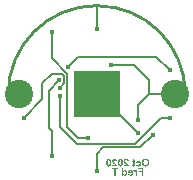
<source format=gbl>
G04*
G04 #@! TF.GenerationSoftware,Altium Limited,Altium Designer,20.1.14 (287)*
G04*
G04 Layer_Physical_Order=2*
G04 Layer_Color=16711680*
%FSLAX43Y43*%
%MOMM*%
G71*
G04*
G04 #@! TF.SameCoordinates,4F5269AA-7076-45A1-A172-B2B228468667*
G04*
G04*
G04 #@! TF.FilePolarity,Positive*
G04*
G01*
G75*
%ADD25C,0.127*%
%ADD37C,2.400*%
%ADD38C,0.450*%
%ADD39C,0.254*%
%ADD40R,4.000X4.000*%
G36*
X2514Y-5469D02*
X2530Y-5470D01*
X2544Y-5473D01*
X2558Y-5475D01*
X2570Y-5479D01*
X2582Y-5482D01*
X2593Y-5486D01*
X2603Y-5491D01*
X2612Y-5495D01*
X2620Y-5499D01*
X2627Y-5503D01*
X2633Y-5506D01*
X2637Y-5509D01*
X2640Y-5511D01*
X2642Y-5512D01*
X2643Y-5513D01*
X2653Y-5522D01*
X2662Y-5532D01*
X2671Y-5542D01*
X2677Y-5554D01*
X2684Y-5566D01*
X2689Y-5578D01*
X2694Y-5590D01*
X2698Y-5602D01*
X2702Y-5613D01*
X2704Y-5624D01*
X2707Y-5633D01*
X2708Y-5641D01*
X2709Y-5648D01*
X2710Y-5651D01*
X2710Y-5653D01*
Y-5655D01*
X2711Y-5657D01*
Y-5657D01*
Y-5658D01*
X2589Y-5670D01*
X2588Y-5660D01*
X2587Y-5651D01*
X2585Y-5643D01*
X2583Y-5635D01*
X2581Y-5628D01*
X2579Y-5622D01*
X2577Y-5616D01*
X2574Y-5611D01*
X2572Y-5607D01*
X2570Y-5603D01*
X2568Y-5600D01*
X2567Y-5598D01*
X2565Y-5596D01*
X2564Y-5594D01*
X2563Y-5594D01*
X2563Y-5593D01*
X2558Y-5589D01*
X2554Y-5585D01*
X2548Y-5583D01*
X2544Y-5580D01*
X2533Y-5576D01*
X2524Y-5573D01*
X2515Y-5571D01*
X2511Y-5571D01*
X2508D01*
X2505Y-5570D01*
X2501D01*
X2494Y-5571D01*
X2487Y-5571D01*
X2475Y-5573D01*
X2465Y-5577D01*
X2456Y-5581D01*
X2453Y-5583D01*
X2450Y-5585D01*
X2447Y-5587D01*
X2444Y-5589D01*
X2443Y-5590D01*
X2441Y-5591D01*
X2441Y-5592D01*
X2440Y-5592D01*
X2437Y-5596D01*
X2433Y-5602D01*
X2427Y-5611D01*
X2424Y-5622D01*
X2421Y-5632D01*
X2419Y-5641D01*
X2419Y-5645D01*
Y-5648D01*
X2418Y-5651D01*
Y-5653D01*
Y-5655D01*
Y-5655D01*
X2419Y-5662D01*
X2419Y-5669D01*
X2422Y-5683D01*
X2426Y-5695D01*
X2431Y-5707D01*
X2433Y-5712D01*
X2436Y-5717D01*
X2438Y-5720D01*
X2439Y-5724D01*
X2441Y-5727D01*
X2443Y-5729D01*
X2443Y-5730D01*
X2444Y-5731D01*
X2448Y-5736D01*
X2453Y-5743D01*
X2460Y-5750D01*
X2468Y-5758D01*
X2475Y-5767D01*
X2484Y-5775D01*
X2501Y-5793D01*
X2510Y-5801D01*
X2518Y-5809D01*
X2525Y-5816D01*
X2532Y-5823D01*
X2537Y-5828D01*
X2542Y-5832D01*
X2544Y-5834D01*
X2545Y-5835D01*
X2545Y-5835D01*
X2564Y-5853D01*
X2581Y-5869D01*
X2596Y-5884D01*
X2610Y-5899D01*
X2623Y-5913D01*
X2634Y-5926D01*
X2644Y-5937D01*
X2653Y-5948D01*
X2660Y-5957D01*
X2667Y-5965D01*
X2672Y-5972D01*
X2677Y-5978D01*
X2679Y-5982D01*
X2682Y-5986D01*
X2683Y-5988D01*
X2683Y-5988D01*
X2689Y-6000D01*
X2695Y-6010D01*
X2700Y-6021D01*
X2705Y-6032D01*
X2708Y-6043D01*
X2712Y-6052D01*
X2715Y-6062D01*
X2717Y-6071D01*
X2720Y-6080D01*
X2721Y-6087D01*
X2722Y-6094D01*
X2723Y-6099D01*
X2724Y-6104D01*
X2725Y-6108D01*
X2725Y-6110D01*
Y-6111D01*
X2295D01*
Y-5997D01*
X2539D01*
X2536Y-5991D01*
X2531Y-5985D01*
X2527Y-5979D01*
X2523Y-5974D01*
X2520Y-5970D01*
X2517Y-5966D01*
X2515Y-5964D01*
X2514Y-5963D01*
X2511Y-5959D01*
X2506Y-5955D01*
X2502Y-5950D01*
X2496Y-5945D01*
X2484Y-5933D01*
X2471Y-5921D01*
X2465Y-5915D01*
X2460Y-5910D01*
X2454Y-5905D01*
X2450Y-5901D01*
X2446Y-5897D01*
X2443Y-5895D01*
X2441Y-5893D01*
X2440Y-5892D01*
X2430Y-5883D01*
X2420Y-5873D01*
X2411Y-5865D01*
X2403Y-5857D01*
X2396Y-5850D01*
X2389Y-5843D01*
X2383Y-5837D01*
X2378Y-5831D01*
X2374Y-5827D01*
X2370Y-5823D01*
X2367Y-5819D01*
X2364Y-5816D01*
X2362Y-5813D01*
X2361Y-5812D01*
X2360Y-5811D01*
X2360Y-5811D01*
X2348Y-5795D01*
X2338Y-5780D01*
X2330Y-5766D01*
X2326Y-5760D01*
X2323Y-5754D01*
X2320Y-5749D01*
X2318Y-5743D01*
X2316Y-5739D01*
X2314Y-5736D01*
X2313Y-5733D01*
X2312Y-5731D01*
X2311Y-5730D01*
Y-5729D01*
X2306Y-5714D01*
X2302Y-5700D01*
X2299Y-5686D01*
X2297Y-5673D01*
X2297Y-5668D01*
X2296Y-5663D01*
X2296Y-5658D01*
X2295Y-5654D01*
Y-5651D01*
Y-5649D01*
Y-5647D01*
Y-5647D01*
X2296Y-5633D01*
X2297Y-5620D01*
X2300Y-5607D01*
X2303Y-5595D01*
X2308Y-5584D01*
X2312Y-5573D01*
X2317Y-5564D01*
X2322Y-5555D01*
X2328Y-5547D01*
X2333Y-5540D01*
X2337Y-5534D01*
X2341Y-5529D01*
X2345Y-5525D01*
X2347Y-5522D01*
X2349Y-5520D01*
X2350Y-5520D01*
X2360Y-5510D01*
X2371Y-5503D01*
X2383Y-5496D01*
X2396Y-5490D01*
X2408Y-5485D01*
X2420Y-5481D01*
X2433Y-5478D01*
X2444Y-5475D01*
X2456Y-5473D01*
X2466Y-5471D01*
X2475Y-5470D01*
X2483Y-5469D01*
X2489Y-5469D01*
X2494Y-5468D01*
X2499D01*
X2514Y-5469D01*
D02*
G37*
G36*
X1520D02*
X1536Y-5470D01*
X1550Y-5473D01*
X1564Y-5475D01*
X1576Y-5479D01*
X1588Y-5482D01*
X1599Y-5486D01*
X1609Y-5491D01*
X1618Y-5495D01*
X1626Y-5499D01*
X1633Y-5503D01*
X1639Y-5506D01*
X1643Y-5509D01*
X1646Y-5511D01*
X1648Y-5512D01*
X1649Y-5513D01*
X1659Y-5522D01*
X1668Y-5532D01*
X1677Y-5542D01*
X1684Y-5554D01*
X1690Y-5566D01*
X1696Y-5578D01*
X1700Y-5590D01*
X1704Y-5602D01*
X1708Y-5613D01*
X1710Y-5624D01*
X1713Y-5633D01*
X1714Y-5641D01*
X1715Y-5648D01*
X1716Y-5651D01*
X1716Y-5653D01*
Y-5655D01*
X1717Y-5657D01*
Y-5657D01*
Y-5658D01*
X1595Y-5670D01*
X1594Y-5660D01*
X1593Y-5651D01*
X1591Y-5643D01*
X1589Y-5635D01*
X1587Y-5628D01*
X1585Y-5622D01*
X1583Y-5616D01*
X1580Y-5611D01*
X1578Y-5607D01*
X1576Y-5603D01*
X1574Y-5600D01*
X1573Y-5598D01*
X1571Y-5596D01*
X1570Y-5594D01*
X1569Y-5594D01*
X1569Y-5593D01*
X1564Y-5589D01*
X1560Y-5585D01*
X1555Y-5583D01*
X1550Y-5580D01*
X1539Y-5576D01*
X1530Y-5573D01*
X1521Y-5571D01*
X1517Y-5571D01*
X1514D01*
X1511Y-5570D01*
X1507D01*
X1500Y-5571D01*
X1494Y-5571D01*
X1482Y-5573D01*
X1471Y-5577D01*
X1462Y-5581D01*
X1459Y-5583D01*
X1456Y-5585D01*
X1453Y-5587D01*
X1451Y-5589D01*
X1449Y-5590D01*
X1447Y-5591D01*
X1447Y-5592D01*
X1446Y-5592D01*
X1443Y-5596D01*
X1439Y-5602D01*
X1433Y-5611D01*
X1430Y-5622D01*
X1427Y-5632D01*
X1425Y-5641D01*
X1425Y-5645D01*
Y-5648D01*
X1424Y-5651D01*
Y-5653D01*
Y-5655D01*
Y-5655D01*
X1425Y-5662D01*
X1425Y-5669D01*
X1428Y-5683D01*
X1432Y-5695D01*
X1437Y-5707D01*
X1439Y-5712D01*
X1442Y-5717D01*
X1444Y-5720D01*
X1445Y-5724D01*
X1447Y-5727D01*
X1449Y-5729D01*
X1449Y-5730D01*
X1450Y-5731D01*
X1454Y-5736D01*
X1459Y-5743D01*
X1466Y-5750D01*
X1474Y-5758D01*
X1482Y-5767D01*
X1490Y-5775D01*
X1507Y-5793D01*
X1516Y-5801D01*
X1524Y-5809D01*
X1531Y-5816D01*
X1538Y-5823D01*
X1543Y-5828D01*
X1548Y-5832D01*
X1550Y-5834D01*
X1551Y-5835D01*
X1551Y-5835D01*
X1570Y-5853D01*
X1587Y-5869D01*
X1602Y-5884D01*
X1617Y-5899D01*
X1629Y-5913D01*
X1641Y-5926D01*
X1650Y-5937D01*
X1659Y-5948D01*
X1666Y-5957D01*
X1673Y-5965D01*
X1678Y-5972D01*
X1683Y-5978D01*
X1685Y-5982D01*
X1688Y-5986D01*
X1689Y-5988D01*
X1690Y-5988D01*
X1696Y-6000D01*
X1701Y-6010D01*
X1706Y-6021D01*
X1711Y-6032D01*
X1715Y-6043D01*
X1718Y-6052D01*
X1721Y-6062D01*
X1723Y-6071D01*
X1726Y-6080D01*
X1727Y-6087D01*
X1728Y-6094D01*
X1729Y-6099D01*
X1730Y-6104D01*
X1731Y-6108D01*
X1731Y-6110D01*
Y-6111D01*
X1301D01*
Y-5997D01*
X1545D01*
X1542Y-5991D01*
X1537Y-5985D01*
X1533Y-5979D01*
X1529Y-5974D01*
X1526Y-5970D01*
X1523Y-5966D01*
X1521Y-5964D01*
X1520Y-5963D01*
X1517Y-5959D01*
X1513Y-5955D01*
X1508Y-5950D01*
X1502Y-5945D01*
X1490Y-5933D01*
X1477Y-5921D01*
X1471Y-5915D01*
X1466Y-5910D01*
X1460Y-5905D01*
X1456Y-5901D01*
X1452Y-5897D01*
X1449Y-5895D01*
X1447Y-5893D01*
X1446Y-5892D01*
X1436Y-5883D01*
X1426Y-5873D01*
X1417Y-5865D01*
X1409Y-5857D01*
X1402Y-5850D01*
X1396Y-5843D01*
X1390Y-5837D01*
X1384Y-5831D01*
X1380Y-5827D01*
X1376Y-5823D01*
X1373Y-5819D01*
X1370Y-5816D01*
X1368Y-5813D01*
X1367Y-5812D01*
X1366Y-5811D01*
X1366Y-5811D01*
X1354Y-5795D01*
X1344Y-5780D01*
X1336Y-5766D01*
X1332Y-5760D01*
X1329Y-5754D01*
X1326Y-5749D01*
X1324Y-5743D01*
X1322Y-5739D01*
X1320Y-5736D01*
X1319Y-5733D01*
X1318Y-5731D01*
X1317Y-5730D01*
Y-5729D01*
X1312Y-5714D01*
X1308Y-5700D01*
X1305Y-5686D01*
X1303Y-5673D01*
X1303Y-5668D01*
X1302Y-5663D01*
X1302Y-5658D01*
X1301Y-5654D01*
Y-5651D01*
Y-5649D01*
Y-5647D01*
Y-5647D01*
X1302Y-5633D01*
X1304Y-5620D01*
X1306Y-5607D01*
X1310Y-5595D01*
X1314Y-5584D01*
X1318Y-5573D01*
X1323Y-5564D01*
X1329Y-5555D01*
X1334Y-5547D01*
X1339Y-5540D01*
X1343Y-5534D01*
X1347Y-5529D01*
X1351Y-5525D01*
X1354Y-5522D01*
X1355Y-5520D01*
X1356Y-5520D01*
X1366Y-5510D01*
X1378Y-5503D01*
X1390Y-5496D01*
X1402Y-5490D01*
X1414Y-5485D01*
X1427Y-5481D01*
X1439Y-5478D01*
X1451Y-5475D01*
X1462Y-5473D01*
X1472Y-5471D01*
X1481Y-5470D01*
X1489Y-5469D01*
X1495Y-5469D01*
X1500Y-5468D01*
X1505D01*
X1520Y-5469D01*
D02*
G37*
G36*
X3223Y-5555D02*
Y-5647D01*
X3280D01*
Y-5744D01*
X3223D01*
Y-5947D01*
Y-5958D01*
Y-5969D01*
X3223Y-5979D01*
Y-5988D01*
X3223Y-5996D01*
X3222Y-6003D01*
Y-6009D01*
X3222Y-6014D01*
X3221Y-6019D01*
X3221Y-6023D01*
Y-6026D01*
X3220Y-6029D01*
Y-6031D01*
X3220Y-6032D01*
Y-6033D01*
Y-6033D01*
X3218Y-6044D01*
X3215Y-6054D01*
X3212Y-6062D01*
X3210Y-6069D01*
X3207Y-6074D01*
X3204Y-6078D01*
X3203Y-6080D01*
X3203Y-6081D01*
X3198Y-6088D01*
X3191Y-6093D01*
X3185Y-6098D01*
X3179Y-6102D01*
X3173Y-6105D01*
X3168Y-6108D01*
X3166Y-6109D01*
X3165Y-6110D01*
X3164Y-6110D01*
X3164D01*
X3154Y-6114D01*
X3143Y-6117D01*
X3133Y-6118D01*
X3124Y-6120D01*
X3116Y-6121D01*
X3112D01*
X3110Y-6121D01*
X3104D01*
X3084Y-6120D01*
X3066Y-6118D01*
X3057Y-6117D01*
X3050Y-6116D01*
X3042Y-6114D01*
X3035Y-6112D01*
X3029Y-6111D01*
X3024Y-6109D01*
X3019Y-6107D01*
X3014Y-6106D01*
X3011Y-6105D01*
X3009Y-6104D01*
X3008Y-6103D01*
X3007D01*
X3018Y-6008D01*
X3029Y-6012D01*
X3039Y-6014D01*
X3048Y-6017D01*
X3055Y-6018D01*
X3060Y-6019D01*
X3064Y-6019D01*
X3067D01*
X3071Y-6019D01*
X3075Y-6019D01*
X3079Y-6018D01*
X3082Y-6016D01*
X3085Y-6015D01*
X3087Y-6014D01*
X3088Y-6014D01*
X3088Y-6013D01*
X3091Y-6011D01*
X3093Y-6008D01*
X3095Y-6006D01*
X3096Y-6004D01*
X3097Y-6001D01*
X3098Y-6000D01*
X3099Y-5999D01*
Y-5998D01*
X3099Y-5996D01*
X3100Y-5993D01*
Y-5988D01*
X3100Y-5984D01*
Y-5978D01*
X3100Y-5973D01*
Y-5961D01*
X3101Y-5950D01*
Y-5945D01*
Y-5941D01*
Y-5937D01*
Y-5934D01*
Y-5932D01*
Y-5932D01*
Y-5744D01*
X3017D01*
Y-5647D01*
X3101D01*
Y-5483D01*
X3223Y-5555D01*
D02*
G37*
G36*
X3547Y-5638D02*
X3566Y-5639D01*
X3582Y-5643D01*
X3598Y-5647D01*
X3613Y-5651D01*
X3626Y-5657D01*
X3638Y-5663D01*
X3649Y-5669D01*
X3659Y-5675D01*
X3668Y-5681D01*
X3676Y-5686D01*
X3682Y-5691D01*
X3686Y-5695D01*
X3690Y-5698D01*
X3692Y-5700D01*
X3693Y-5701D01*
X3703Y-5713D01*
X3713Y-5727D01*
X3721Y-5741D01*
X3728Y-5755D01*
X3733Y-5771D01*
X3738Y-5786D01*
X3743Y-5800D01*
X3746Y-5814D01*
X3748Y-5828D01*
X3750Y-5840D01*
X3751Y-5851D01*
X3752Y-5860D01*
X3753Y-5865D01*
Y-5868D01*
Y-5872D01*
X3753Y-5874D01*
Y-5877D01*
Y-5878D01*
Y-5879D01*
Y-5879D01*
X3753Y-5900D01*
X3750Y-5920D01*
X3748Y-5938D01*
X3744Y-5955D01*
X3739Y-5971D01*
X3734Y-5986D01*
X3729Y-5999D01*
X3723Y-6011D01*
X3718Y-6022D01*
X3712Y-6031D01*
X3707Y-6039D01*
X3702Y-6045D01*
X3699Y-6051D01*
X3696Y-6055D01*
X3694Y-6056D01*
X3693Y-6057D01*
X3681Y-6068D01*
X3669Y-6079D01*
X3656Y-6087D01*
X3642Y-6094D01*
X3629Y-6100D01*
X3615Y-6105D01*
X3602Y-6110D01*
X3589Y-6113D01*
X3577Y-6116D01*
X3566Y-6118D01*
X3556Y-6119D01*
X3547Y-6120D01*
X3541Y-6121D01*
X3538D01*
X3535Y-6121D01*
X3531D01*
X3515Y-6121D01*
X3499Y-6119D01*
X3484Y-6117D01*
X3471Y-6115D01*
X3458Y-6111D01*
X3446Y-6108D01*
X3436Y-6104D01*
X3426Y-6100D01*
X3417Y-6096D01*
X3410Y-6092D01*
X3403Y-6089D01*
X3398Y-6086D01*
X3394Y-6083D01*
X3390Y-6081D01*
X3388Y-6080D01*
X3388Y-6079D01*
X3378Y-6071D01*
X3369Y-6062D01*
X3362Y-6052D01*
X3354Y-6042D01*
X3348Y-6031D01*
X3342Y-6020D01*
X3337Y-6010D01*
X3332Y-6000D01*
X3328Y-5991D01*
X3325Y-5982D01*
X3322Y-5974D01*
X3320Y-5967D01*
X3318Y-5961D01*
X3317Y-5957D01*
X3316Y-5954D01*
Y-5953D01*
X3437Y-5933D01*
X3438Y-5942D01*
X3441Y-5950D01*
X3443Y-5957D01*
X3445Y-5964D01*
X3448Y-5970D01*
X3451Y-5976D01*
X3453Y-5981D01*
X3456Y-5985D01*
X3458Y-5989D01*
X3461Y-5993D01*
X3463Y-5995D01*
X3465Y-5998D01*
X3466Y-5999D01*
X3468Y-6000D01*
X3468Y-6001D01*
X3468Y-6001D01*
X3473Y-6005D01*
X3477Y-6008D01*
X3486Y-6013D01*
X3496Y-6016D01*
X3505Y-6019D01*
X3513Y-6020D01*
X3517Y-6021D01*
X3519D01*
X3522Y-6021D01*
X3525D01*
X3534Y-6021D01*
X3542Y-6020D01*
X3549Y-6018D01*
X3557Y-6016D01*
X3563Y-6013D01*
X3569Y-6011D01*
X3575Y-6007D01*
X3580Y-6004D01*
X3584Y-6001D01*
X3589Y-5998D01*
X3592Y-5995D01*
X3595Y-5993D01*
X3597Y-5991D01*
X3598Y-5989D01*
X3599Y-5988D01*
X3600Y-5988D01*
X3605Y-5981D01*
X3609Y-5973D01*
X3613Y-5964D01*
X3616Y-5955D01*
X3618Y-5945D01*
X3621Y-5936D01*
X3624Y-5916D01*
X3625Y-5908D01*
X3626Y-5899D01*
X3627Y-5891D01*
X3627Y-5884D01*
X3627Y-5879D01*
Y-5875D01*
Y-5872D01*
Y-5871D01*
X3627Y-5858D01*
X3626Y-5845D01*
X3625Y-5834D01*
X3623Y-5823D01*
X3621Y-5814D01*
X3619Y-5805D01*
X3616Y-5797D01*
X3614Y-5790D01*
X3611Y-5784D01*
X3609Y-5779D01*
X3607Y-5775D01*
X3604Y-5771D01*
X3602Y-5768D01*
X3602Y-5767D01*
X3601Y-5766D01*
X3600Y-5765D01*
X3595Y-5760D01*
X3589Y-5755D01*
X3583Y-5750D01*
X3577Y-5747D01*
X3571Y-5743D01*
X3565Y-5741D01*
X3559Y-5739D01*
X3553Y-5737D01*
X3548Y-5736D01*
X3543Y-5735D01*
X3538Y-5734D01*
X3535Y-5734D01*
X3531Y-5733D01*
X3527D01*
X3515Y-5734D01*
X3504Y-5736D01*
X3494Y-5739D01*
X3486Y-5743D01*
X3480Y-5746D01*
X3474Y-5749D01*
X3473Y-5750D01*
X3472Y-5751D01*
X3471Y-5752D01*
X3471D01*
X3463Y-5760D01*
X3457Y-5768D01*
X3452Y-5777D01*
X3449Y-5786D01*
X3446Y-5794D01*
X3445Y-5798D01*
X3444Y-5800D01*
X3443Y-5803D01*
X3443Y-5805D01*
X3443Y-5806D01*
Y-5806D01*
X3322Y-5785D01*
X3327Y-5771D01*
X3331Y-5758D01*
X3337Y-5747D01*
X3343Y-5736D01*
X3348Y-5726D01*
X3354Y-5717D01*
X3360Y-5708D01*
X3366Y-5701D01*
X3372Y-5695D01*
X3377Y-5689D01*
X3382Y-5684D01*
X3386Y-5681D01*
X3389Y-5677D01*
X3392Y-5676D01*
X3394Y-5674D01*
X3394Y-5674D01*
X3404Y-5667D01*
X3414Y-5662D01*
X3425Y-5657D01*
X3436Y-5652D01*
X3447Y-5649D01*
X3459Y-5645D01*
X3469Y-5643D01*
X3480Y-5641D01*
X3490Y-5640D01*
X3499Y-5639D01*
X3507Y-5638D01*
X3515Y-5637D01*
X3520Y-5637D01*
X3529D01*
X3547Y-5638D01*
D02*
G37*
G36*
X4152Y-5461D02*
X4166Y-5461D01*
X4179Y-5462D01*
X4192Y-5464D01*
X4204Y-5466D01*
X4215Y-5468D01*
X4226Y-5470D01*
X4235Y-5473D01*
X4244Y-5475D01*
X4252Y-5478D01*
X4259Y-5479D01*
X4264Y-5481D01*
X4269Y-5483D01*
X4272Y-5485D01*
X4274Y-5485D01*
X4275Y-5486D01*
X4283Y-5489D01*
X4292Y-5493D01*
X4307Y-5503D01*
X4321Y-5512D01*
X4328Y-5517D01*
X4334Y-5522D01*
X4339Y-5526D01*
X4344Y-5530D01*
X4348Y-5534D01*
X4352Y-5537D01*
X4355Y-5540D01*
X4356Y-5541D01*
X4358Y-5543D01*
X4358Y-5543D01*
X4372Y-5558D01*
X4383Y-5573D01*
X4393Y-5588D01*
X4402Y-5602D01*
X4405Y-5608D01*
X4409Y-5614D01*
X4411Y-5619D01*
X4413Y-5623D01*
X4415Y-5627D01*
X4417Y-5629D01*
X4417Y-5631D01*
X4417Y-5631D01*
X4423Y-5644D01*
X4427Y-5657D01*
X4431Y-5671D01*
X4434Y-5685D01*
X4437Y-5698D01*
X4440Y-5712D01*
X4442Y-5725D01*
X4443Y-5738D01*
X4444Y-5749D01*
X4445Y-5761D01*
X4446Y-5770D01*
X4446Y-5779D01*
X4447Y-5786D01*
Y-5788D01*
Y-5791D01*
Y-5792D01*
Y-5794D01*
Y-5794D01*
Y-5795D01*
X4446Y-5809D01*
X4446Y-5823D01*
X4443Y-5849D01*
X4439Y-5874D01*
X4434Y-5897D01*
X4427Y-5918D01*
X4420Y-5938D01*
X4412Y-5956D01*
X4405Y-5972D01*
X4397Y-5987D01*
X4393Y-5993D01*
X4389Y-5999D01*
X4386Y-6005D01*
X4382Y-6010D01*
X4379Y-6014D01*
X4375Y-6019D01*
X4373Y-6022D01*
X4370Y-6025D01*
X4368Y-6028D01*
X4366Y-6031D01*
X4364Y-6032D01*
X4363Y-6034D01*
X4362Y-6034D01*
Y-6035D01*
X4355Y-6043D01*
X4346Y-6050D01*
X4338Y-6057D01*
X4329Y-6063D01*
X4310Y-6075D01*
X4291Y-6085D01*
X4272Y-6093D01*
X4254Y-6100D01*
X4235Y-6106D01*
X4217Y-6111D01*
X4201Y-6114D01*
X4185Y-6117D01*
X4178Y-6118D01*
X4171Y-6119D01*
X4165Y-6120D01*
X4159Y-6120D01*
X4154Y-6121D01*
X4149Y-6121D01*
X4145D01*
X4142Y-6122D01*
X4135D01*
X4123Y-6121D01*
X4110Y-6121D01*
X4085Y-6118D01*
X4062Y-6114D01*
X4041Y-6108D01*
X4021Y-6101D01*
X4002Y-6094D01*
X3985Y-6086D01*
X3970Y-6078D01*
X3957Y-6070D01*
X3945Y-6062D01*
X3934Y-6055D01*
X3926Y-6048D01*
X3922Y-6045D01*
X3919Y-6042D01*
X3916Y-6040D01*
X3914Y-6038D01*
X3913Y-6037D01*
X3911Y-6035D01*
X3911Y-6035D01*
X3910Y-6034D01*
X3903Y-6026D01*
X3896Y-6017D01*
X3889Y-6008D01*
X3883Y-5999D01*
X3871Y-5979D01*
X3861Y-5959D01*
X3853Y-5939D01*
X3847Y-5919D01*
X3841Y-5899D01*
X3836Y-5880D01*
X3833Y-5862D01*
X3830Y-5846D01*
X3829Y-5838D01*
X3829Y-5830D01*
X3828Y-5824D01*
X3827Y-5817D01*
X3827Y-5812D01*
X3826Y-5807D01*
Y-5803D01*
X3826Y-5799D01*
Y-5796D01*
Y-5794D01*
Y-5792D01*
Y-5792D01*
Y-5778D01*
X3827Y-5763D01*
X3829Y-5737D01*
X3834Y-5712D01*
X3839Y-5688D01*
X3846Y-5666D01*
X3853Y-5646D01*
X3860Y-5628D01*
X3868Y-5611D01*
X3872Y-5604D01*
X3876Y-5597D01*
X3880Y-5590D01*
X3884Y-5584D01*
X3888Y-5578D01*
X3891Y-5573D01*
X3894Y-5568D01*
X3897Y-5564D01*
X3900Y-5560D01*
X3903Y-5557D01*
X3905Y-5554D01*
X3907Y-5552D01*
X3909Y-5550D01*
X3910Y-5549D01*
X3910Y-5548D01*
X3911Y-5548D01*
X3919Y-5540D01*
X3927Y-5533D01*
X3936Y-5525D01*
X3945Y-5519D01*
X3964Y-5507D01*
X3982Y-5497D01*
X4001Y-5489D01*
X4020Y-5481D01*
X4038Y-5476D01*
X4056Y-5471D01*
X4073Y-5467D01*
X4088Y-5465D01*
X4095Y-5464D01*
X4102Y-5463D01*
X4108Y-5462D01*
X4114Y-5461D01*
X4119Y-5461D01*
X4124Y-5461D01*
X4128D01*
X4131Y-5460D01*
X4137D01*
X4152Y-5461D01*
D02*
G37*
G36*
X2022Y-5469D02*
X2038Y-5471D01*
X2053Y-5474D01*
X2067Y-5479D01*
X2080Y-5484D01*
X2092Y-5489D01*
X2103Y-5495D01*
X2113Y-5501D01*
X2121Y-5507D01*
X2129Y-5513D01*
X2136Y-5519D01*
X2141Y-5524D01*
X2145Y-5528D01*
X2148Y-5531D01*
X2150Y-5533D01*
X2150Y-5534D01*
X2156Y-5542D01*
X2162Y-5550D01*
X2166Y-5559D01*
X2171Y-5568D01*
X2180Y-5588D01*
X2187Y-5608D01*
X2193Y-5630D01*
X2198Y-5651D01*
X2202Y-5673D01*
X2205Y-5694D01*
X2208Y-5714D01*
X2210Y-5733D01*
X2210Y-5742D01*
X2211Y-5750D01*
X2211Y-5758D01*
X2212Y-5765D01*
X2212Y-5771D01*
Y-5777D01*
Y-5782D01*
X2213Y-5786D01*
Y-5790D01*
Y-5792D01*
Y-5794D01*
Y-5794D01*
Y-5811D01*
X2212Y-5828D01*
X2211Y-5843D01*
X2211Y-5858D01*
X2209Y-5872D01*
X2208Y-5886D01*
X2206Y-5899D01*
X2204Y-5912D01*
X2202Y-5924D01*
X2199Y-5935D01*
X2197Y-5946D01*
X2195Y-5956D01*
X2193Y-5966D01*
X2190Y-5975D01*
X2187Y-5983D01*
X2184Y-5991D01*
X2182Y-5999D01*
X2179Y-6006D01*
X2176Y-6012D01*
X2174Y-6018D01*
X2172Y-6023D01*
X2169Y-6028D01*
X2167Y-6032D01*
X2165Y-6036D01*
X2163Y-6039D01*
X2161Y-6042D01*
X2160Y-6044D01*
X2158Y-6047D01*
X2156Y-6049D01*
X2156Y-6050D01*
X2145Y-6062D01*
X2133Y-6074D01*
X2121Y-6083D01*
X2108Y-6092D01*
X2095Y-6098D01*
X2083Y-6104D01*
X2071Y-6109D01*
X2059Y-6113D01*
X2048Y-6116D01*
X2038Y-6118D01*
X2029Y-6119D01*
X2021Y-6121D01*
X2014Y-6121D01*
X2009Y-6122D01*
X2005D01*
X1988Y-6121D01*
X1972Y-6119D01*
X1957Y-6116D01*
X1943Y-6111D01*
X1930Y-6106D01*
X1918Y-6101D01*
X1908Y-6095D01*
X1898Y-6089D01*
X1889Y-6083D01*
X1881Y-6077D01*
X1875Y-6072D01*
X1870Y-6067D01*
X1866Y-6062D01*
X1862Y-6059D01*
X1861Y-6057D01*
X1860Y-6056D01*
X1855Y-6049D01*
X1849Y-6040D01*
X1844Y-6031D01*
X1839Y-6022D01*
X1831Y-6003D01*
X1824Y-5982D01*
X1818Y-5961D01*
X1813Y-5939D01*
X1808Y-5917D01*
X1805Y-5896D01*
X1802Y-5876D01*
X1801Y-5857D01*
X1800Y-5848D01*
X1799Y-5840D01*
X1799Y-5832D01*
X1798Y-5825D01*
X1798Y-5818D01*
Y-5812D01*
X1797Y-5807D01*
Y-5803D01*
Y-5800D01*
Y-5797D01*
Y-5796D01*
Y-5795D01*
Y-5779D01*
X1798Y-5762D01*
X1799Y-5747D01*
X1800Y-5732D01*
X1801Y-5718D01*
X1803Y-5704D01*
X1805Y-5691D01*
X1807Y-5678D01*
X1809Y-5666D01*
X1812Y-5654D01*
X1814Y-5644D01*
X1817Y-5633D01*
X1820Y-5623D01*
X1823Y-5614D01*
X1826Y-5605D01*
X1829Y-5597D01*
X1832Y-5589D01*
X1835Y-5582D01*
X1838Y-5576D01*
X1840Y-5569D01*
X1843Y-5564D01*
X1845Y-5559D01*
X1848Y-5554D01*
X1850Y-5550D01*
X1852Y-5547D01*
X1854Y-5543D01*
X1856Y-5541D01*
X1857Y-5539D01*
X1859Y-5537D01*
X1859Y-5536D01*
X1860Y-5535D01*
X1870Y-5523D01*
X1881Y-5513D01*
X1893Y-5504D01*
X1905Y-5497D01*
X1917Y-5490D01*
X1929Y-5485D01*
X1941Y-5480D01*
X1952Y-5477D01*
X1963Y-5474D01*
X1973Y-5472D01*
X1982Y-5470D01*
X1990Y-5469D01*
X1997Y-5469D01*
X2001Y-5468D01*
X2005D01*
X2022Y-5469D01*
D02*
G37*
G36*
X1029D02*
X1044Y-5471D01*
X1059Y-5474D01*
X1073Y-5479D01*
X1086Y-5484D01*
X1098Y-5489D01*
X1109Y-5495D01*
X1119Y-5501D01*
X1127Y-5507D01*
X1135Y-5513D01*
X1142Y-5519D01*
X1147Y-5524D01*
X1151Y-5528D01*
X1154Y-5531D01*
X1156Y-5533D01*
X1157Y-5534D01*
X1162Y-5542D01*
X1168Y-5550D01*
X1172Y-5559D01*
X1177Y-5568D01*
X1186Y-5588D01*
X1193Y-5608D01*
X1199Y-5630D01*
X1204Y-5651D01*
X1208Y-5673D01*
X1211Y-5694D01*
X1214Y-5714D01*
X1216Y-5733D01*
X1216Y-5742D01*
X1217Y-5750D01*
X1218Y-5758D01*
X1218Y-5765D01*
X1219Y-5771D01*
Y-5777D01*
Y-5782D01*
X1219Y-5786D01*
Y-5790D01*
Y-5792D01*
Y-5794D01*
Y-5794D01*
Y-5811D01*
X1219Y-5828D01*
X1218Y-5843D01*
X1217Y-5858D01*
X1215Y-5872D01*
X1214Y-5886D01*
X1212Y-5899D01*
X1210Y-5912D01*
X1208Y-5924D01*
X1206Y-5935D01*
X1203Y-5946D01*
X1201Y-5956D01*
X1199Y-5966D01*
X1196Y-5975D01*
X1193Y-5983D01*
X1190Y-5991D01*
X1188Y-5999D01*
X1185Y-6006D01*
X1182Y-6012D01*
X1180Y-6018D01*
X1178Y-6023D01*
X1175Y-6028D01*
X1173Y-6032D01*
X1171Y-6036D01*
X1169Y-6039D01*
X1167Y-6042D01*
X1166Y-6044D01*
X1164Y-6047D01*
X1163Y-6049D01*
X1162Y-6050D01*
X1151Y-6062D01*
X1139Y-6074D01*
X1127Y-6083D01*
X1115Y-6092D01*
X1102Y-6098D01*
X1089Y-6104D01*
X1077Y-6109D01*
X1065Y-6113D01*
X1054Y-6116D01*
X1044Y-6118D01*
X1035Y-6119D01*
X1027Y-6121D01*
X1020Y-6121D01*
X1016Y-6122D01*
X1011D01*
X994Y-6121D01*
X979Y-6119D01*
X963Y-6116D01*
X949Y-6111D01*
X937Y-6106D01*
X924Y-6101D01*
X914Y-6095D01*
X904Y-6089D01*
X895Y-6083D01*
X888Y-6077D01*
X881Y-6072D01*
X876Y-6067D01*
X872Y-6062D01*
X869Y-6059D01*
X867Y-6057D01*
X866Y-6056D01*
X861Y-6049D01*
X855Y-6040D01*
X850Y-6031D01*
X845Y-6022D01*
X837Y-6003D01*
X830Y-5982D01*
X824Y-5961D01*
X819Y-5939D01*
X814Y-5917D01*
X811Y-5896D01*
X808Y-5876D01*
X807Y-5857D01*
X806Y-5848D01*
X805Y-5840D01*
X805Y-5832D01*
X804Y-5825D01*
X804Y-5818D01*
Y-5812D01*
X803Y-5807D01*
Y-5803D01*
Y-5800D01*
Y-5797D01*
Y-5796D01*
Y-5795D01*
Y-5779D01*
X804Y-5762D01*
X805Y-5747D01*
X806Y-5732D01*
X808Y-5718D01*
X809Y-5704D01*
X811Y-5691D01*
X813Y-5678D01*
X815Y-5666D01*
X818Y-5654D01*
X820Y-5644D01*
X823Y-5633D01*
X826Y-5623D01*
X829Y-5614D01*
X832Y-5605D01*
X835Y-5597D01*
X838Y-5589D01*
X841Y-5582D01*
X844Y-5576D01*
X846Y-5569D01*
X849Y-5564D01*
X851Y-5559D01*
X854Y-5554D01*
X857Y-5550D01*
X858Y-5547D01*
X860Y-5543D01*
X862Y-5541D01*
X863Y-5539D01*
X865Y-5537D01*
X865Y-5536D01*
X866Y-5535D01*
X876Y-5523D01*
X888Y-5513D01*
X899Y-5504D01*
X911Y-5497D01*
X923Y-5490D01*
X935Y-5485D01*
X947Y-5480D01*
X958Y-5477D01*
X969Y-5474D01*
X979Y-5472D01*
X988Y-5470D01*
X996Y-5469D01*
X1003Y-5469D01*
X1007Y-5468D01*
X1011D01*
X1029Y-5469D01*
D02*
G37*
G36*
X2897Y-6416D02*
X2913Y-6418D01*
X2928Y-6422D01*
X2943Y-6426D01*
X2956Y-6431D01*
X2969Y-6436D01*
X2980Y-6442D01*
X2991Y-6448D01*
X3000Y-6454D01*
X3008Y-6460D01*
X3016Y-6466D01*
X3022Y-6471D01*
X3026Y-6475D01*
X3030Y-6478D01*
X3032Y-6480D01*
X3033Y-6481D01*
X3043Y-6494D01*
X3052Y-6508D01*
X3060Y-6522D01*
X3067Y-6537D01*
X3073Y-6552D01*
X3078Y-6567D01*
X3082Y-6581D01*
X3085Y-6596D01*
X3088Y-6609D01*
X3089Y-6622D01*
X3091Y-6633D01*
X3092Y-6643D01*
X3092Y-6647D01*
Y-6650D01*
Y-6654D01*
X3093Y-6656D01*
Y-6659D01*
Y-6660D01*
Y-6661D01*
Y-6661D01*
X3092Y-6679D01*
X3091Y-6696D01*
X3088Y-6712D01*
X3085Y-6727D01*
X3082Y-6741D01*
X3078Y-6754D01*
X3074Y-6766D01*
X3069Y-6777D01*
X3065Y-6788D01*
X3061Y-6796D01*
X3057Y-6804D01*
X3054Y-6810D01*
X3051Y-6815D01*
X3049Y-6819D01*
X3047Y-6820D01*
X3047Y-6821D01*
X3035Y-6835D01*
X3022Y-6847D01*
X3009Y-6858D01*
X2995Y-6867D01*
X2980Y-6875D01*
X2965Y-6881D01*
X2950Y-6886D01*
X2936Y-6890D01*
X2922Y-6894D01*
X2909Y-6896D01*
X2898Y-6898D01*
X2888Y-6899D01*
X2883Y-6899D01*
X2879Y-6900D01*
X2876D01*
X2873Y-6900D01*
X2868D01*
X2854Y-6900D01*
X2841Y-6899D01*
X2828Y-6897D01*
X2816Y-6894D01*
X2805Y-6892D01*
X2794Y-6889D01*
X2785Y-6886D01*
X2776Y-6882D01*
X2768Y-6879D01*
X2761Y-6876D01*
X2755Y-6873D01*
X2750Y-6871D01*
X2746Y-6869D01*
X2743Y-6867D01*
X2741Y-6866D01*
X2741Y-6865D01*
X2732Y-6858D01*
X2723Y-6851D01*
X2715Y-6843D01*
X2708Y-6834D01*
X2701Y-6826D01*
X2695Y-6817D01*
X2689Y-6809D01*
X2684Y-6801D01*
X2680Y-6793D01*
X2676Y-6786D01*
X2673Y-6779D01*
X2671Y-6774D01*
X2668Y-6769D01*
X2667Y-6765D01*
X2666Y-6764D01*
X2666Y-6763D01*
X2788Y-6742D01*
X2792Y-6755D01*
X2797Y-6765D01*
X2802Y-6774D01*
X2807Y-6781D01*
X2811Y-6786D01*
X2815Y-6790D01*
X2817Y-6792D01*
X2818Y-6793D01*
X2818D01*
X2826Y-6798D01*
X2834Y-6802D01*
X2842Y-6805D01*
X2849Y-6807D01*
X2856Y-6808D01*
X2861Y-6808D01*
X2864Y-6808D01*
X2867D01*
X2874Y-6808D01*
X2882Y-6807D01*
X2889Y-6806D01*
X2896Y-6804D01*
X2908Y-6799D01*
X2913Y-6796D01*
X2918Y-6793D01*
X2922Y-6790D01*
X2926Y-6788D01*
X2930Y-6785D01*
X2933Y-6783D01*
X2935Y-6781D01*
X2936Y-6780D01*
X2937Y-6779D01*
X2938Y-6778D01*
X2943Y-6772D01*
X2947Y-6766D01*
X2951Y-6759D01*
X2954Y-6752D01*
X2957Y-6745D01*
X2959Y-6738D01*
X2963Y-6724D01*
X2964Y-6718D01*
X2965Y-6712D01*
X2966Y-6707D01*
X2966Y-6702D01*
Y-6698D01*
X2967Y-6696D01*
Y-6694D01*
Y-6693D01*
X2659D01*
X2660Y-6668D01*
X2661Y-6644D01*
X2664Y-6622D01*
X2667Y-6601D01*
X2672Y-6582D01*
X2677Y-6565D01*
X2682Y-6550D01*
X2688Y-6536D01*
X2693Y-6524D01*
X2698Y-6513D01*
X2703Y-6504D01*
X2708Y-6497D01*
X2712Y-6491D01*
X2714Y-6487D01*
X2717Y-6485D01*
X2717Y-6484D01*
X2729Y-6472D01*
X2741Y-6461D01*
X2754Y-6452D01*
X2768Y-6444D01*
X2781Y-6438D01*
X2795Y-6432D01*
X2808Y-6428D01*
X2821Y-6424D01*
X2833Y-6421D01*
X2844Y-6419D01*
X2854Y-6417D01*
X2863Y-6416D01*
X2870Y-6416D01*
X2873D01*
X2875Y-6416D01*
X2880D01*
X2897Y-6416D01*
D02*
G37*
G36*
X3949Y-6889D02*
X3820D01*
Y-6618D01*
X3553D01*
Y-6509D01*
X3820D01*
Y-6358D01*
X3510D01*
Y-6250D01*
X3949D01*
Y-6889D01*
D02*
G37*
G36*
X3201Y-6416D02*
X3211Y-6418D01*
X3220Y-6420D01*
X3228Y-6423D01*
X3235Y-6426D01*
X3240Y-6428D01*
X3241Y-6429D01*
X3243Y-6430D01*
X3243Y-6430D01*
X3244D01*
X3248Y-6434D01*
X3253Y-6437D01*
X3257Y-6441D01*
X3262Y-6446D01*
X3271Y-6456D01*
X3278Y-6466D01*
X3285Y-6476D01*
X3289Y-6481D01*
X3291Y-6484D01*
X3293Y-6487D01*
X3295Y-6490D01*
X3296Y-6491D01*
X3296Y-6492D01*
Y-6426D01*
X3410D01*
Y-6889D01*
X3287D01*
Y-6747D01*
Y-6735D01*
Y-6725D01*
X3287Y-6706D01*
X3286Y-6688D01*
X3286Y-6672D01*
X3285Y-6658D01*
X3284Y-6645D01*
X3283Y-6634D01*
X3282Y-6624D01*
X3281Y-6616D01*
X3280Y-6609D01*
X3279Y-6603D01*
X3278Y-6599D01*
X3278Y-6595D01*
X3278Y-6593D01*
X3277Y-6592D01*
Y-6591D01*
X3275Y-6585D01*
X3273Y-6578D01*
X3271Y-6573D01*
X3268Y-6568D01*
X3266Y-6563D01*
X3264Y-6559D01*
X3259Y-6551D01*
X3255Y-6546D01*
X3252Y-6543D01*
X3250Y-6540D01*
X3249Y-6540D01*
X3242Y-6535D01*
X3235Y-6532D01*
X3228Y-6529D01*
X3221Y-6527D01*
X3215Y-6526D01*
X3210Y-6526D01*
X3200D01*
X3195Y-6526D01*
X3185Y-6529D01*
X3175Y-6532D01*
X3167Y-6536D01*
X3159Y-6539D01*
X3155Y-6541D01*
X3153Y-6543D01*
X3151Y-6544D01*
X3149Y-6545D01*
X3148Y-6545D01*
X3148Y-6546D01*
X3109Y-6439D01*
X3117Y-6435D01*
X3124Y-6431D01*
X3131Y-6428D01*
X3138Y-6425D01*
X3152Y-6421D01*
X3165Y-6418D01*
X3170Y-6417D01*
X3175Y-6417D01*
X3180Y-6416D01*
X3183Y-6416D01*
X3186Y-6416D01*
X3191D01*
X3201Y-6416D01*
D02*
G37*
G36*
X1810Y-6358D02*
X1620D01*
Y-6889D01*
X1491D01*
Y-6358D01*
X1301D01*
Y-6250D01*
X1810D01*
Y-6358D01*
D02*
G37*
G36*
X2257Y-6480D02*
X2268Y-6469D01*
X2279Y-6459D01*
X2291Y-6450D01*
X2302Y-6443D01*
X2314Y-6436D01*
X2325Y-6431D01*
X2335Y-6427D01*
X2346Y-6423D01*
X2355Y-6421D01*
X2364Y-6419D01*
X2372Y-6417D01*
X2379Y-6416D01*
X2384Y-6416D01*
X2389Y-6416D01*
X2392D01*
X2408Y-6416D01*
X2422Y-6418D01*
X2436Y-6421D01*
X2450Y-6425D01*
X2462Y-6430D01*
X2474Y-6435D01*
X2484Y-6440D01*
X2494Y-6446D01*
X2503Y-6452D01*
X2510Y-6458D01*
X2517Y-6463D01*
X2522Y-6467D01*
X2527Y-6471D01*
X2530Y-6474D01*
X2532Y-6476D01*
X2532Y-6477D01*
X2542Y-6489D01*
X2550Y-6502D01*
X2558Y-6516D01*
X2564Y-6531D01*
X2569Y-6546D01*
X2574Y-6561D01*
X2578Y-6575D01*
X2580Y-6590D01*
X2583Y-6603D01*
X2585Y-6616D01*
X2585Y-6627D01*
X2586Y-6637D01*
X2587Y-6641D01*
Y-6645D01*
X2587Y-6649D01*
Y-6651D01*
Y-6654D01*
Y-6655D01*
Y-6656D01*
Y-6656D01*
X2587Y-6677D01*
X2585Y-6697D01*
X2582Y-6716D01*
X2579Y-6733D01*
X2574Y-6749D01*
X2569Y-6764D01*
X2564Y-6777D01*
X2559Y-6789D01*
X2554Y-6800D01*
X2548Y-6809D01*
X2543Y-6817D01*
X2539Y-6824D01*
X2536Y-6829D01*
X2533Y-6833D01*
X2531Y-6835D01*
X2530Y-6836D01*
X2519Y-6847D01*
X2508Y-6857D01*
X2497Y-6865D01*
X2485Y-6873D01*
X2474Y-6879D01*
X2462Y-6884D01*
X2451Y-6888D01*
X2441Y-6892D01*
X2431Y-6894D01*
X2422Y-6897D01*
X2414Y-6898D01*
X2407Y-6899D01*
X2401Y-6900D01*
X2397Y-6900D01*
X2394D01*
X2379Y-6899D01*
X2365Y-6897D01*
X2352Y-6894D01*
X2340Y-6890D01*
X2335Y-6888D01*
X2330Y-6887D01*
X2326Y-6885D01*
X2322Y-6884D01*
X2320Y-6882D01*
X2318Y-6882D01*
X2316Y-6881D01*
X2316D01*
X2309Y-6877D01*
X2302Y-6872D01*
X2289Y-6863D01*
X2278Y-6853D01*
X2267Y-6844D01*
X2263Y-6839D01*
X2260Y-6835D01*
X2256Y-6831D01*
X2254Y-6828D01*
X2251Y-6825D01*
X2250Y-6823D01*
X2249Y-6822D01*
X2248Y-6821D01*
Y-6889D01*
X2135D01*
Y-6250D01*
X2257D01*
Y-6480D01*
D02*
G37*
%LPC*%
G36*
X4140Y-5571D02*
X4136D01*
X4121Y-5571D01*
X4107Y-5573D01*
X4094Y-5576D01*
X4082Y-5579D01*
X4071Y-5583D01*
X4060Y-5588D01*
X4050Y-5593D01*
X4042Y-5597D01*
X4034Y-5602D01*
X4027Y-5608D01*
X4021Y-5612D01*
X4016Y-5616D01*
X4013Y-5620D01*
X4010Y-5622D01*
X4008Y-5624D01*
X4007Y-5625D01*
X3999Y-5635D01*
X3991Y-5647D01*
X3985Y-5660D01*
X3979Y-5673D01*
X3975Y-5687D01*
X3971Y-5700D01*
X3968Y-5714D01*
X3965Y-5727D01*
X3963Y-5739D01*
X3962Y-5751D01*
X3960Y-5761D01*
X3960Y-5771D01*
X3959Y-5775D01*
Y-5778D01*
X3959Y-5781D01*
Y-5784D01*
Y-5786D01*
Y-5787D01*
Y-5788D01*
Y-5789D01*
X3959Y-5809D01*
X3961Y-5828D01*
X3964Y-5846D01*
X3967Y-5862D01*
X3970Y-5877D01*
X3975Y-5890D01*
X3979Y-5903D01*
X3984Y-5914D01*
X3989Y-5924D01*
X3993Y-5932D01*
X3997Y-5939D01*
X4001Y-5945D01*
X4004Y-5950D01*
X4007Y-5953D01*
X4008Y-5955D01*
X4009Y-5956D01*
X4019Y-5965D01*
X4029Y-5974D01*
X4039Y-5982D01*
X4050Y-5988D01*
X4060Y-5993D01*
X4071Y-5998D01*
X4081Y-6001D01*
X4091Y-6004D01*
X4100Y-6006D01*
X4109Y-6008D01*
X4117Y-6009D01*
X4123Y-6010D01*
X4129Y-6011D01*
X4133Y-6011D01*
X4136D01*
X4150Y-6011D01*
X4164Y-6009D01*
X4176Y-6006D01*
X4189Y-6002D01*
X4200Y-5998D01*
X4210Y-5994D01*
X4220Y-5988D01*
X4229Y-5983D01*
X4237Y-5978D01*
X4244Y-5973D01*
X4250Y-5968D01*
X4254Y-5964D01*
X4258Y-5960D01*
X4261Y-5957D01*
X4263Y-5956D01*
X4264Y-5955D01*
X4272Y-5944D01*
X4280Y-5932D01*
X4287Y-5919D01*
X4292Y-5906D01*
X4297Y-5892D01*
X4301Y-5878D01*
X4305Y-5865D01*
X4307Y-5852D01*
X4309Y-5840D01*
X4311Y-5828D01*
X4312Y-5817D01*
X4313Y-5809D01*
X4313Y-5801D01*
X4313Y-5798D01*
Y-5795D01*
Y-5793D01*
Y-5792D01*
Y-5791D01*
Y-5791D01*
X4313Y-5771D01*
X4311Y-5752D01*
X4309Y-5734D01*
X4306Y-5718D01*
X4302Y-5703D01*
X4298Y-5690D01*
X4294Y-5678D01*
X4289Y-5667D01*
X4285Y-5657D01*
X4280Y-5649D01*
X4276Y-5642D01*
X4272Y-5636D01*
X4270Y-5631D01*
X4267Y-5628D01*
X4265Y-5626D01*
X4265Y-5626D01*
X4255Y-5616D01*
X4246Y-5608D01*
X4235Y-5600D01*
X4224Y-5594D01*
X4213Y-5589D01*
X4203Y-5584D01*
X4192Y-5580D01*
X4182Y-5578D01*
X4172Y-5575D01*
X4164Y-5573D01*
X4156Y-5572D01*
X4149Y-5571D01*
X4144Y-5571D01*
X4140Y-5571D01*
D02*
G37*
G36*
X2009Y-5570D02*
X2005D01*
X1997Y-5571D01*
X1990Y-5572D01*
X1983Y-5575D01*
X1977Y-5577D01*
X1972Y-5580D01*
X1969Y-5582D01*
X1967Y-5584D01*
X1966Y-5584D01*
X1963Y-5587D01*
X1960Y-5591D01*
X1954Y-5599D01*
X1949Y-5608D01*
X1945Y-5618D01*
X1942Y-5627D01*
X1940Y-5631D01*
X1939Y-5634D01*
X1938Y-5637D01*
X1937Y-5639D01*
X1937Y-5640D01*
Y-5641D01*
X1935Y-5650D01*
X1933Y-5659D01*
X1931Y-5671D01*
X1930Y-5683D01*
X1929Y-5695D01*
X1928Y-5708D01*
X1927Y-5721D01*
X1927Y-5734D01*
X1926Y-5746D01*
X1926Y-5757D01*
Y-5768D01*
X1925Y-5777D01*
Y-5785D01*
Y-5788D01*
Y-5790D01*
Y-5792D01*
Y-5794D01*
Y-5795D01*
Y-5795D01*
Y-5816D01*
X1926Y-5835D01*
X1927Y-5852D01*
X1927Y-5868D01*
X1928Y-5882D01*
X1929Y-5896D01*
X1930Y-5907D01*
X1932Y-5917D01*
X1933Y-5927D01*
X1934Y-5934D01*
X1935Y-5941D01*
X1936Y-5946D01*
X1937Y-5950D01*
X1938Y-5953D01*
X1938Y-5955D01*
Y-5955D01*
X1940Y-5962D01*
X1942Y-5968D01*
X1944Y-5973D01*
X1947Y-5978D01*
X1949Y-5983D01*
X1951Y-5987D01*
X1955Y-5994D01*
X1960Y-6000D01*
X1963Y-6003D01*
X1965Y-6005D01*
X1966Y-6006D01*
X1972Y-6011D01*
X1979Y-6014D01*
X1986Y-6017D01*
X1992Y-6018D01*
X1997Y-6019D01*
X2002Y-6019D01*
X2004Y-6020D01*
X2005D01*
X2013Y-6019D01*
X2021Y-6018D01*
X2027Y-6015D01*
X2034Y-6013D01*
X2038Y-6010D01*
X2042Y-6008D01*
X2044Y-6006D01*
X2045Y-6006D01*
X2048Y-6003D01*
X2051Y-6000D01*
X2057Y-5991D01*
X2062Y-5982D01*
X2066Y-5973D01*
X2069Y-5964D01*
X2070Y-5960D01*
X2071Y-5957D01*
X2072Y-5954D01*
X2073Y-5952D01*
X2074Y-5951D01*
Y-5950D01*
X2076Y-5941D01*
X2077Y-5931D01*
X2079Y-5920D01*
X2080Y-5908D01*
X2081Y-5896D01*
X2082Y-5883D01*
X2083Y-5870D01*
X2083Y-5857D01*
X2084Y-5845D01*
X2084Y-5833D01*
Y-5823D01*
X2085Y-5814D01*
Y-5806D01*
Y-5803D01*
Y-5800D01*
Y-5798D01*
Y-5797D01*
Y-5796D01*
Y-5795D01*
Y-5775D01*
X2084Y-5756D01*
X2083Y-5739D01*
X2083Y-5723D01*
X2082Y-5708D01*
X2081Y-5695D01*
X2080Y-5683D01*
X2078Y-5673D01*
X2077Y-5664D01*
X2077Y-5656D01*
X2075Y-5650D01*
X2074Y-5645D01*
X2073Y-5640D01*
X2073Y-5638D01*
X2072Y-5636D01*
Y-5635D01*
X2070Y-5629D01*
X2068Y-5623D01*
X2066Y-5617D01*
X2064Y-5612D01*
X2062Y-5607D01*
X2059Y-5603D01*
X2055Y-5596D01*
X2051Y-5591D01*
X2048Y-5587D01*
X2046Y-5585D01*
X2045Y-5584D01*
X2038Y-5580D01*
X2031Y-5576D01*
X2025Y-5574D01*
X2019Y-5572D01*
X2013Y-5571D01*
X2009Y-5570D01*
D02*
G37*
G36*
X1015D02*
X1011D01*
X1004Y-5571D01*
X996Y-5572D01*
X989Y-5575D01*
X983Y-5577D01*
X979Y-5580D01*
X975Y-5582D01*
X973Y-5584D01*
X972Y-5584D01*
X969Y-5587D01*
X966Y-5591D01*
X960Y-5599D01*
X955Y-5608D01*
X951Y-5618D01*
X948Y-5627D01*
X946Y-5631D01*
X945Y-5634D01*
X944Y-5637D01*
X943Y-5639D01*
X943Y-5640D01*
Y-5641D01*
X941Y-5650D01*
X939Y-5659D01*
X937Y-5671D01*
X937Y-5683D01*
X935Y-5695D01*
X934Y-5708D01*
X933Y-5721D01*
X933Y-5734D01*
X932Y-5746D01*
X932Y-5757D01*
Y-5768D01*
X931Y-5777D01*
Y-5785D01*
Y-5788D01*
Y-5790D01*
Y-5792D01*
Y-5794D01*
Y-5795D01*
Y-5795D01*
Y-5816D01*
X932Y-5835D01*
X933Y-5852D01*
X933Y-5868D01*
X934Y-5882D01*
X936Y-5896D01*
X937Y-5907D01*
X938Y-5917D01*
X939Y-5927D01*
X940Y-5934D01*
X941Y-5941D01*
X943Y-5946D01*
X943Y-5950D01*
X944Y-5953D01*
X944Y-5955D01*
Y-5955D01*
X946Y-5962D01*
X949Y-5968D01*
X950Y-5973D01*
X953Y-5978D01*
X955Y-5983D01*
X957Y-5987D01*
X961Y-5994D01*
X966Y-6000D01*
X969Y-6003D01*
X971Y-6005D01*
X972Y-6006D01*
X979Y-6011D01*
X985Y-6014D01*
X992Y-6017D01*
X998Y-6018D01*
X1004Y-6019D01*
X1008Y-6019D01*
X1010Y-6020D01*
X1011D01*
X1019Y-6019D01*
X1027Y-6018D01*
X1034Y-6015D01*
X1040Y-6013D01*
X1044Y-6010D01*
X1048Y-6008D01*
X1050Y-6006D01*
X1051Y-6006D01*
X1054Y-6003D01*
X1057Y-6000D01*
X1063Y-5991D01*
X1068Y-5982D01*
X1072Y-5973D01*
X1075Y-5964D01*
X1077Y-5960D01*
X1078Y-5957D01*
X1078Y-5954D01*
X1079Y-5952D01*
X1080Y-5951D01*
Y-5950D01*
X1082Y-5941D01*
X1084Y-5931D01*
X1085Y-5920D01*
X1086Y-5908D01*
X1087Y-5896D01*
X1088Y-5883D01*
X1089Y-5870D01*
X1090Y-5857D01*
X1090Y-5845D01*
X1090Y-5833D01*
Y-5823D01*
X1091Y-5814D01*
Y-5806D01*
Y-5803D01*
Y-5800D01*
Y-5798D01*
Y-5797D01*
Y-5796D01*
Y-5795D01*
Y-5775D01*
X1090Y-5756D01*
X1090Y-5739D01*
X1089Y-5723D01*
X1088Y-5708D01*
X1087Y-5695D01*
X1086Y-5683D01*
X1084Y-5673D01*
X1084Y-5664D01*
X1083Y-5656D01*
X1081Y-5650D01*
X1080Y-5645D01*
X1079Y-5640D01*
X1079Y-5638D01*
X1078Y-5636D01*
Y-5635D01*
X1077Y-5629D01*
X1074Y-5623D01*
X1072Y-5617D01*
X1070Y-5612D01*
X1068Y-5607D01*
X1066Y-5603D01*
X1061Y-5596D01*
X1057Y-5591D01*
X1054Y-5587D01*
X1052Y-5585D01*
X1051Y-5584D01*
X1044Y-5580D01*
X1037Y-5576D01*
X1031Y-5574D01*
X1025Y-5572D01*
X1019Y-5571D01*
X1015Y-5570D01*
D02*
G37*
G36*
X2876Y-6509D02*
X2873D01*
X2866Y-6510D01*
X2859Y-6511D01*
X2853Y-6512D01*
X2847Y-6514D01*
X2836Y-6518D01*
X2827Y-6523D01*
X2823Y-6526D01*
X2819Y-6529D01*
X2816Y-6531D01*
X2813Y-6533D01*
X2812Y-6535D01*
X2810Y-6536D01*
X2809Y-6537D01*
X2809Y-6538D01*
X2804Y-6543D01*
X2800Y-6549D01*
X2796Y-6555D01*
X2793Y-6562D01*
X2788Y-6575D01*
X2785Y-6588D01*
X2784Y-6594D01*
X2783Y-6600D01*
X2782Y-6605D01*
X2781Y-6610D01*
Y-6613D01*
X2781Y-6616D01*
Y-6618D01*
Y-6618D01*
X2965D01*
Y-6609D01*
X2964Y-6600D01*
X2963Y-6593D01*
X2961Y-6585D01*
X2959Y-6578D01*
X2957Y-6571D01*
X2955Y-6565D01*
X2952Y-6560D01*
X2950Y-6555D01*
X2947Y-6551D01*
X2945Y-6547D01*
X2943Y-6545D01*
X2941Y-6542D01*
X2940Y-6540D01*
X2940Y-6539D01*
X2939Y-6539D01*
X2934Y-6534D01*
X2928Y-6529D01*
X2923Y-6525D01*
X2917Y-6522D01*
X2912Y-6519D01*
X2906Y-6517D01*
X2896Y-6513D01*
X2891Y-6512D01*
X2887Y-6511D01*
X2883Y-6510D01*
X2879Y-6510D01*
X2876Y-6509D01*
D02*
G37*
G36*
X2364D02*
X2359D01*
X2351Y-6510D01*
X2343Y-6511D01*
X2336Y-6513D01*
X2329Y-6515D01*
X2322Y-6518D01*
X2316Y-6520D01*
X2311Y-6524D01*
X2306Y-6527D01*
X2301Y-6530D01*
X2297Y-6533D01*
X2294Y-6536D01*
X2291Y-6539D01*
X2289Y-6541D01*
X2287Y-6543D01*
X2286Y-6544D01*
X2286Y-6545D01*
X2281Y-6551D01*
X2276Y-6559D01*
X2273Y-6568D01*
X2269Y-6577D01*
X2266Y-6587D01*
X2264Y-6596D01*
X2260Y-6615D01*
X2259Y-6624D01*
X2258Y-6632D01*
X2258Y-6640D01*
X2257Y-6647D01*
X2257Y-6652D01*
Y-6656D01*
Y-6659D01*
Y-6659D01*
Y-6660D01*
X2257Y-6673D01*
X2258Y-6685D01*
X2260Y-6696D01*
X2261Y-6707D01*
X2264Y-6716D01*
X2266Y-6725D01*
X2269Y-6733D01*
X2272Y-6741D01*
X2275Y-6747D01*
X2277Y-6752D01*
X2280Y-6757D01*
X2282Y-6760D01*
X2284Y-6764D01*
X2285Y-6765D01*
X2286Y-6767D01*
X2287Y-6767D01*
X2292Y-6774D01*
X2298Y-6779D01*
X2304Y-6784D01*
X2310Y-6788D01*
X2316Y-6791D01*
X2322Y-6794D01*
X2328Y-6796D01*
X2334Y-6798D01*
X2339Y-6800D01*
X2344Y-6801D01*
X2348Y-6802D01*
X2352Y-6802D01*
X2354D01*
X2357Y-6803D01*
X2359D01*
X2368Y-6802D01*
X2377Y-6801D01*
X2386Y-6798D01*
X2394Y-6796D01*
X2401Y-6792D01*
X2408Y-6788D01*
X2414Y-6784D01*
X2420Y-6779D01*
X2425Y-6775D01*
X2429Y-6771D01*
X2433Y-6766D01*
X2436Y-6763D01*
X2438Y-6759D01*
X2440Y-6757D01*
X2441Y-6756D01*
X2441Y-6755D01*
X2445Y-6748D01*
X2448Y-6741D01*
X2450Y-6733D01*
X2453Y-6724D01*
X2457Y-6707D01*
X2459Y-6689D01*
X2460Y-6681D01*
X2461Y-6673D01*
X2461Y-6666D01*
Y-6660D01*
X2462Y-6655D01*
Y-6651D01*
Y-6649D01*
Y-6648D01*
X2461Y-6636D01*
X2460Y-6624D01*
X2459Y-6613D01*
X2457Y-6603D01*
X2455Y-6594D01*
X2452Y-6585D01*
X2450Y-6577D01*
X2447Y-6570D01*
X2444Y-6564D01*
X2442Y-6559D01*
X2439Y-6555D01*
X2437Y-6551D01*
X2435Y-6548D01*
X2434Y-6546D01*
X2433Y-6545D01*
X2432Y-6545D01*
X2427Y-6538D01*
X2421Y-6533D01*
X2415Y-6528D01*
X2408Y-6524D01*
X2402Y-6521D01*
X2396Y-6518D01*
X2390Y-6515D01*
X2385Y-6514D01*
X2380Y-6512D01*
X2375Y-6511D01*
X2371Y-6510D01*
X2367Y-6510D01*
X2364Y-6509D01*
D02*
G37*
%LPD*%
D25*
X-1600Y-3675D02*
X-750D01*
X-1666Y-3609D02*
X-1600Y-3675D01*
X-1700Y-4200D02*
X3250D01*
X-3150Y-2750D02*
X-1700Y-4200D01*
X3250D02*
X5441Y-2009D01*
X0Y-5050D02*
X550Y-4500D01*
X3675D02*
X4750Y-3425D01*
X550Y-4500D02*
X3675D01*
X0Y5530D02*
Y7500D01*
X5040Y3150D02*
X6182Y2009D01*
X-3821Y3071D02*
Y5259D01*
Y3071D02*
X-2500Y1750D01*
X-6182Y-2009D02*
X-4600Y-427D01*
Y950D02*
X-3800Y1750D01*
X-4600Y-427D02*
Y950D01*
X-2950Y1750D02*
X-2754Y1554D01*
X-3800Y1750D02*
X-2950D01*
X-3170Y1181D02*
Y1200D01*
X-4075Y275D02*
X-3170Y1181D01*
X-2444Y2281D02*
Y2306D01*
X-1600Y3150D01*
X-2754Y921D02*
Y1554D01*
X-3150Y525D02*
X-2754Y921D01*
X-2500Y-2775D02*
Y1750D01*
Y-2775D02*
X-1666Y-3609D01*
X0Y-6500D02*
Y-5050D01*
X5441Y-2009D02*
X6182D01*
X225Y0D02*
X3475Y-3250D01*
X-3821Y-5259D02*
Y-3129D01*
X-4075Y-2875D02*
Y275D01*
Y-2875D02*
X-3821Y-3129D01*
X-3150Y-2750D02*
Y-150D01*
X-1600Y3150D02*
X5040D01*
X1175Y2475D02*
X3125D01*
X4400Y1200D01*
Y0D02*
Y1200D01*
X0Y0D02*
X225D01*
X4400D02*
X6600D01*
X3500Y-900D02*
X4400Y0D01*
X3500Y-2150D02*
Y-900D01*
D37*
X-6600Y0D02*
D03*
X6600D02*
D03*
D38*
X-750Y-3675D02*
D03*
X6182Y2009D02*
D03*
X-3821Y5259D02*
D03*
X0Y5530D02*
D03*
X-2444Y2281D02*
D03*
X-3170Y1200D02*
D03*
X4750Y-3425D02*
D03*
X3475Y-3250D02*
D03*
X-3150Y-150D02*
D03*
X6182Y-2009D02*
D03*
X0Y-6500D02*
D03*
X-3821Y-5259D02*
D03*
X-6182Y-2009D02*
D03*
X-20Y1770D02*
D03*
X-3150Y525D02*
D03*
X3500Y-2150D02*
D03*
X1175Y2475D02*
D03*
X500Y-1450D02*
D03*
X-500D02*
D03*
D39*
X0Y7500D02*
G03*
X-7500Y0I0J-7500D01*
G01*
X7500D02*
G03*
X0Y7500I-7500J0D01*
G01*
D40*
Y0D02*
D03*
M02*

</source>
